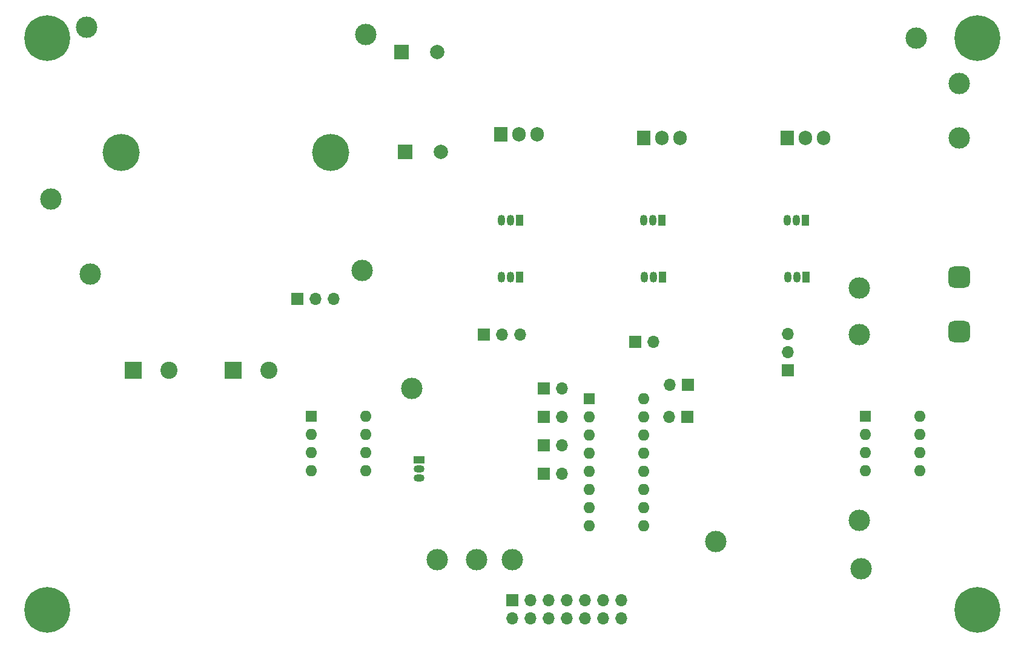
<source format=gbs>
G04 #@! TF.GenerationSoftware,KiCad,Pcbnew,8.0.0*
G04 #@! TF.CreationDate,2024-04-26T12:32:38-04:00*
G04 #@! TF.ProjectId,SurgicalLightBoostConverterModule,53757267-6963-4616-9c4c-69676874426f,rev?*
G04 #@! TF.SameCoordinates,Original*
G04 #@! TF.FileFunction,Soldermask,Bot*
G04 #@! TF.FilePolarity,Negative*
%FSLAX46Y46*%
G04 Gerber Fmt 4.6, Leading zero omitted, Abs format (unit mm)*
G04 Created by KiCad (PCBNEW 8.0.0) date 2024-04-26 12:32:38*
%MOMM*%
%LPD*%
G01*
G04 APERTURE LIST*
G04 Aperture macros list*
%AMRoundRect*
0 Rectangle with rounded corners*
0 $1 Rounding radius*
0 $2 $3 $4 $5 $6 $7 $8 $9 X,Y pos of 4 corners*
0 Add a 4 corners polygon primitive as box body*
4,1,4,$2,$3,$4,$5,$6,$7,$8,$9,$2,$3,0*
0 Add four circle primitives for the rounded corners*
1,1,$1+$1,$2,$3*
1,1,$1+$1,$4,$5*
1,1,$1+$1,$6,$7*
1,1,$1+$1,$8,$9*
0 Add four rect primitives between the rounded corners*
20,1,$1+$1,$2,$3,$4,$5,0*
20,1,$1+$1,$4,$5,$6,$7,0*
20,1,$1+$1,$6,$7,$8,$9,0*
20,1,$1+$1,$8,$9,$2,$3,0*%
G04 Aperture macros list end*
%ADD10R,1.700000X1.700000*%
%ADD11O,1.700000X1.700000*%
%ADD12R,1.600000X1.600000*%
%ADD13O,1.600000X1.600000*%
%ADD14R,1.050000X1.500000*%
%ADD15O,1.050000X1.500000*%
%ADD16C,3.000000*%
%ADD17R,1.905000X2.000000*%
%ADD18O,1.905000X2.000000*%
%ADD19R,2.400000X2.400000*%
%ADD20C,2.400000*%
%ADD21R,1.500000X1.050000*%
%ADD22O,1.500000X1.050000*%
%ADD23C,5.200000*%
%ADD24R,2.000000X2.000000*%
%ADD25C,2.000000*%
%ADD26C,3.600000*%
%ADD27C,6.400000*%
%ADD28RoundRect,0.750000X0.750000X-0.750000X0.750000X0.750000X-0.750000X0.750000X-0.750000X-0.750000X0*%
G04 APERTURE END LIST*
D10*
X107230000Y-67500000D03*
D11*
X109770000Y-67500000D03*
D12*
X100735000Y-75500000D03*
D13*
X100735000Y-78040000D03*
X100735000Y-80580000D03*
X100735000Y-83120000D03*
X100735000Y-85660000D03*
X100735000Y-88200000D03*
X100735000Y-90740000D03*
X100735000Y-93280000D03*
X108355000Y-93280000D03*
X108355000Y-90740000D03*
X108355000Y-88200000D03*
X108355000Y-85660000D03*
X108355000Y-83120000D03*
X108355000Y-80580000D03*
X108355000Y-78040000D03*
X108355000Y-75500000D03*
D14*
X91000000Y-50500000D03*
D15*
X89730000Y-50500000D03*
X88460000Y-50500000D03*
D16*
X76000000Y-74000000D03*
D17*
X128420000Y-39000000D03*
D18*
X130960000Y-39000000D03*
X133500000Y-39000000D03*
D19*
X37000000Y-71500000D03*
D20*
X42000000Y-71500000D03*
D16*
X138500000Y-66500000D03*
D14*
X131040000Y-58500000D03*
D15*
X129770000Y-58500000D03*
X128500000Y-58500000D03*
D21*
X77000000Y-84000000D03*
D22*
X77000000Y-85270000D03*
X77000000Y-86540000D03*
D16*
X138750000Y-99250000D03*
D23*
X35350000Y-41000000D03*
X64650000Y-41000000D03*
D16*
X30500000Y-23500000D03*
D14*
X91040000Y-58500000D03*
D15*
X89770000Y-58500000D03*
X88500000Y-58500000D03*
D12*
X61880000Y-77960000D03*
D13*
X61880000Y-80500000D03*
X61880000Y-83040000D03*
X61880000Y-85580000D03*
X69500000Y-85580000D03*
X69500000Y-83040000D03*
X69500000Y-80500000D03*
X69500000Y-77960000D03*
D14*
X110960000Y-50500000D03*
D15*
X109690000Y-50500000D03*
X108420000Y-50500000D03*
D10*
X94460000Y-86000000D03*
D11*
X97000000Y-86000000D03*
D10*
X114500000Y-78000000D03*
D11*
X111960000Y-78000000D03*
D16*
X85000000Y-98000000D03*
X79500000Y-98000000D03*
D10*
X94460000Y-78000000D03*
D11*
X97000000Y-78000000D03*
D16*
X69000000Y-57500000D03*
X90000000Y-98000000D03*
D24*
X75000000Y-40923959D03*
D25*
X80000000Y-40923959D03*
D14*
X131000000Y-50500000D03*
D15*
X129730000Y-50500000D03*
X128460000Y-50500000D03*
D10*
X128500000Y-71525000D03*
D11*
X128500000Y-68985000D03*
X128500000Y-66445000D03*
D16*
X69500000Y-24500000D03*
D10*
X86000000Y-66500000D03*
D11*
X88540000Y-66500000D03*
X91080000Y-66500000D03*
D10*
X114540000Y-73500000D03*
D11*
X112000000Y-73500000D03*
D10*
X59975000Y-61500000D03*
D11*
X62515000Y-61500000D03*
X65055000Y-61500000D03*
D26*
X25000000Y-105000000D03*
D27*
X25000000Y-105000000D03*
D17*
X88420000Y-38500000D03*
D18*
X90960000Y-38500000D03*
X93500000Y-38500000D03*
D16*
X31000000Y-58000000D03*
D10*
X94460000Y-82000000D03*
D11*
X97000000Y-82000000D03*
D16*
X25500000Y-47500000D03*
D10*
X94460000Y-74000000D03*
D11*
X97000000Y-74000000D03*
D28*
X152500000Y-66100000D03*
X152500000Y-58500000D03*
D16*
X152500000Y-39000000D03*
X152500000Y-31400000D03*
D14*
X111040000Y-58500000D03*
D15*
X109770000Y-58500000D03*
X108500000Y-58500000D03*
D26*
X155000000Y-25000000D03*
D27*
X155000000Y-25000000D03*
D24*
X74500000Y-26923959D03*
D25*
X79500000Y-26923959D03*
D26*
X25000000Y-25000000D03*
D27*
X25000000Y-25000000D03*
D16*
X138500000Y-60000000D03*
D12*
X139380000Y-77920000D03*
D13*
X139380000Y-80460000D03*
X139380000Y-83000000D03*
X139380000Y-85540000D03*
X147000000Y-85540000D03*
X147000000Y-83000000D03*
X147000000Y-80460000D03*
X147000000Y-77920000D03*
D26*
X155000000Y-105000000D03*
D27*
X155000000Y-105000000D03*
D19*
X51000000Y-71500000D03*
D20*
X56000000Y-71500000D03*
D17*
X108420000Y-39000000D03*
D18*
X110960000Y-39000000D03*
X113500000Y-39000000D03*
D16*
X146500000Y-25000000D03*
X118500000Y-95500000D03*
X138500000Y-92500000D03*
D10*
X90000000Y-103710000D03*
D11*
X90000000Y-106250000D03*
X92540000Y-103710000D03*
X92540000Y-106250000D03*
X95080000Y-103710000D03*
X95080000Y-106250000D03*
X97620000Y-103710000D03*
X97620000Y-106250000D03*
X100160000Y-103710000D03*
X100160000Y-106250000D03*
X102700000Y-103710000D03*
X102700000Y-106250000D03*
X105240000Y-103710000D03*
X105240000Y-106250000D03*
M02*

</source>
